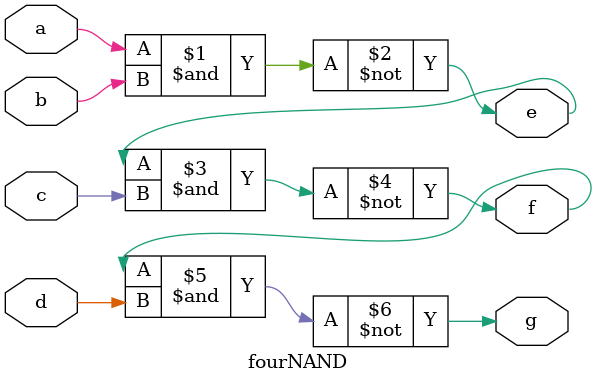
<source format=v>
`timescale 1ns / 1ps

module fourNAND(
    input a, b, c, d,
    output e, f, g
    );
    
assign e=~(a&b);
assign f=~(e&c);
assign g=~(f&d);

endmodule
</source>
